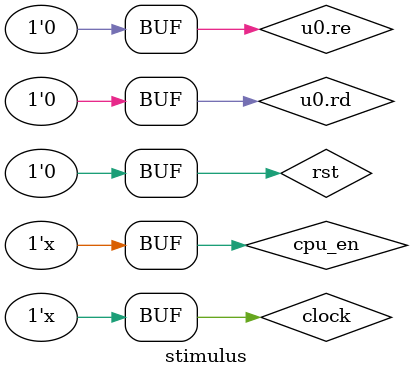
<source format=v>
/*
* --------------------------------------------------------------------------
* Copyright (c) 2014 by SYSU ASIC VIDEO
* --------------------------------------------------------------------------
*
* ------------------------ File Info ---------------------------------------
* File Name:		stimulus.m
* Discription:		1. perform a simulation of ARM
*						2. using instruction cache and data cache
*
* ------------------------ Revision History --------------------------------
* Ver		Revisor		Mod. Date		Changes Made:
* v1.0	Li Feng		2014-04-19		Initial Revision
* v1.1	Li Feng		2014-05-16		Add Cache and dram_sim
*
* --------------------------------------------------------------------------
*/


`timescale 1ns/10ps
module stimulus();

/*********************************** ±äÁ¿ÉùÃ÷ ************************************/

// ²ÎÊý¶¨Òå
parameter	WIDTH		=	32;
parameter	PERIOD	=	100;

// ÄÚ²¿±äÁ¿
reg					clock;
reg					rst; 
reg            	cpu_en; 
wire	[WIDTH-1:0] ram_rdata; 
wire	[WIDTH-1:0]	rom_data; 
  
  
wire	[WIDTH-1:0]	ram_addr; 
wire					ram_cen; 
wire	[3:0]			ram_flag; 
wire	[WIDTH-1:0]	ram_wdata; 
wire					ram_wen; 
wire	[WIDTH-1:0]	rom_addr; 
wire					rom_en; 

wire					rom_abort; 
wire					ram_abort; 

// D_Cache writes dram
wire 					dram_wr_req;		//	request writing
wire	[31:0]		dram_wr_addr;		//	write data address
wire	[31:0]		dram_wr_data;		//	write data
wire					dram_wr_val;		//	write a word valid
// D_Cache reads dram
wire 					dram_rd_req_d;		//	request reading
wire	[31:0]		dram_rd_addr_d;	//	read data address
wire	[31:0]		dram_rd_data;		//	read data
wire					dram_rd_val;		//	read a word valid 
// I_Cache reads dram
wire 					dram_rd_req_i;		//	request reading
wire	[31:0]		dram_rd_addr_i;	//	read data address
// Ñ­»·±äÁ¿

/*********************************** Ä£¿éµ÷ÓÃ ************************************/

arm	u0(
   // input signal. 
	.clk			(	clock			), 
	.cpu_en		(	cpu_en & ~ram_abort & ~rom_abort), 
	.cpu_restart(	rst			), 
	.fiq			(	1'b0			), 
	.irq			(	1'b0			), 
	.ram_abort	(	1'b0			), 
	.ram_rdata	(	ram_rdata	), 
	.rom_abort	(	1'b0			), 
	.rom_data	(	rom_data		), 
	.rst			(	rst			), 
	// output signal.
	.ram_addr	(	ram_addr		), 
	.ram_cen		(	ram_cen		), 
	.ram_flag	(	ram_flag		), 
	.ram_wdata	(	ram_wdata	), 
	.ram_wen		(	ram_wen		), 
	.rom_addr	(	rom_addr		), 
	.rom_en		(	rom_en		)  
	);  

I_Cache	#(.BLOCK_SIZE(8))u1(
	// control signal
	.clock		(	clock			),
	.rst			(	rst			),
	// dram side
	.dram_rd_data(	dram_rd_data),
	.dram_val	(	dram_rd_val	&& dram_rd_req_i),
	.dram_rd_req(	dram_rd_req_i),
	.dram_rd_addr(	dram_rd_addr_i),
	// cpu side
	.cpu_addr  (	rom_addr		),
	.ins_req		(	rom_en		),			// instruction request from cpu
	.instuction	(	rom_data		),			// instruction for cpu
	.hit			(					),
	.rom_abort	(	rom_abort	)
	);	

D_Cache	#(.BLOCK_SIZE(8))u2(
	// control signal
	.clock			(	clock				),		// cache clock, the same as cpu
	.rst				(	rst				),		// cache reset
	// dram side(write)
	.dram_wr_req	(	dram_wr_req		),		//	request writing data to dram
	.dram_wr_addr	(	dram_wr_addr	),		//	write data address
	.dram_wr_data	(	dram_wr_data	),		//	write data
	.dram_wr_val	(	dram_wr_val		),		//	write a word valid
	// dram side(read)
	.dram_rd_req	(	dram_rd_req_d	),		//	request reading data from dram
	.dram_rd_addr	(	dram_rd_addr_d	),		//	read data address
	.dram_rd_data	(	dram_rd_data	),		//	read data
	.dram_rd_val	(	dram_rd_val && dram_rd_req_d && ~dram_rd_req_i),		//	read a word valid
	// cpu side
	.cpu_addr		(	ram_addr			),		// cpu address
	.data_req		(	ram_cen			),		// data request
	.wren				(	ram_wen			),		// write/read
	.cpu_wr_data	(	ram_wdata		),		// data for cpu
	.cpu_rd_data	(	ram_rdata		),		// data for cpu
	.hit				(						),		// cache hit or miss
	.ram_abort		(	ram_abort		)		// waiting for cache
	);	
	
dram_ctrl_sim	#(.BLOCK_SIZE(8))u3(
	// control signal
	.clock			(	clock				),	
	.rst				(	rst				),		// dram reset
	// write dram
	.dram_wr_req	(	dram_wr_req	),			//	request writing
	.dram_wr_addr	(	dram_wr_addr	),		//	write data address
	.dram_wr_data	(	dram_wr_data	),		//	write data
	.dram_wr_val	(	dram_wr_val		),		//	write a word valid
	// read dram
	.dram_rd_req	(	dram_rd_req_i || dram_rd_req_d),	//	request reading
	.dram_rd_addr	(	rom_abort ? dram_rd_addr_i : dram_rd_addr_d),		//	read data address
	.dram_rd_data	(	dram_rd_data	),		//	read data
	.dram_rd_val	(	dram_rd_val		)		//	read a word valid 
	);
		
/*********************************** ·ÂÕæ¼¤Àø ************************************/
initial
begin
	clock		=	0;
	cpu_en	=	0;
	rst		=	1;
	#(PERIOD*5);
	rst		=	0;
	#(PERIOD*5);
	cpu_en	=	1;
end

initial
begin
	#(PERIOD*10);
	u0.rd			=	32'hf000; 
	u0.re			=	32'hff00; 
end

always
begin
	#PERIOD;
	if( 32'h0000ff00 == u0.rf)
		cpu_en	=	0;		
end

always	#(PERIOD/2) clock = ~clock;

endmodule

</source>
